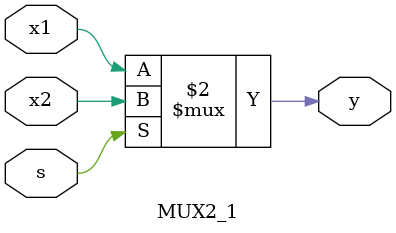
<source format=v>
`timescale 1ns / 1ps


module MUX2_1
#(parameter WIDTH=1)(
    input [(WIDTH-1):0]x1,
    input [(WIDTH-1):0]x2,
    input s,
    output [(WIDTH-1):0]y
    );
    assign y=(s==1)?x2:x1;
endmodule

</source>
